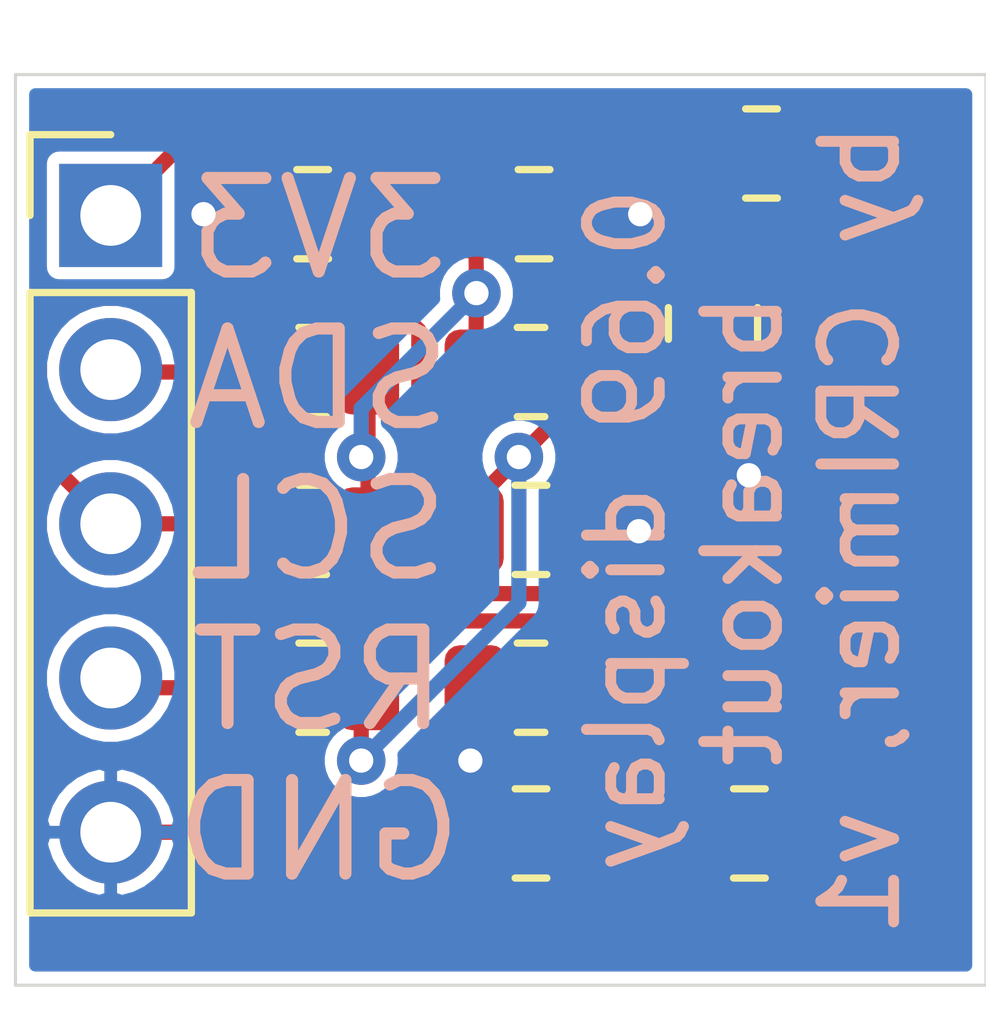
<source format=kicad_pcb>
(kicad_pcb (version 20171130) (host pcbnew 5.1.5+dfsg1-2build2)

  (general
    (thickness 1.6)
    (drawings 6)
    (tracks 117)
    (zones 0)
    (modules 14)
    (nets 15)
  )

  (page A4)
  (layers
    (0 F.Cu signal)
    (31 B.Cu signal)
    (32 B.Adhes user)
    (33 F.Adhes user)
    (34 B.Paste user)
    (35 F.Paste user)
    (36 B.SilkS user)
    (37 F.SilkS user)
    (38 B.Mask user)
    (39 F.Mask user)
    (40 Dwgs.User user)
    (41 Cmts.User user)
    (42 Eco1.User user)
    (43 Eco2.User user)
    (44 Edge.Cuts user)
    (45 Margin user)
    (46 B.CrtYd user)
    (47 F.CrtYd user)
    (48 B.Fab user)
    (49 F.Fab user)
  )

  (setup
    (last_trace_width 0.25)
    (trace_clearance 0.2)
    (zone_clearance 0.508)
    (zone_45_only no)
    (trace_min 0.2)
    (via_size 0.8)
    (via_drill 0.4)
    (via_min_size 0.4)
    (via_min_drill 0.3)
    (uvia_size 0.3)
    (uvia_drill 0.1)
    (uvias_allowed no)
    (uvia_min_size 0.2)
    (uvia_min_drill 0.1)
    (edge_width 0.05)
    (segment_width 0.2)
    (pcb_text_width 0.3)
    (pcb_text_size 1.5 1.5)
    (mod_edge_width 0.12)
    (mod_text_size 1 1)
    (mod_text_width 0.15)
    (pad_size 1.524 1.524)
    (pad_drill 0.762)
    (pad_to_mask_clearance 0.051)
    (solder_mask_min_width 0.25)
    (aux_axis_origin 146.5 81.5)
    (visible_elements FFFFFF7F)
    (pcbplotparams
      (layerselection 0x010fc_ffffffff)
      (usegerberextensions true)
      (usegerberattributes false)
      (usegerberadvancedattributes false)
      (creategerberjobfile false)
      (excludeedgelayer false)
      (linewidth 0.100000)
      (plotframeref false)
      (viasonmask false)
      (mode 1)
      (useauxorigin true)
      (hpglpennumber 1)
      (hpglpenspeed 20)
      (hpglpendiameter 15.000000)
      (psnegative false)
      (psa4output false)
      (plotreference false)
      (plotvalue false)
      (plotinvisibletext false)
      (padsonsilk false)
      (subtractmaskfromsilk true)
      (outputformat 1)
      (mirror false)
      (drillshape 0)
      (scaleselection 1)
      (outputdirectory "gerbers/"))
  )

  (net 0 "")
  (net 1 GND)
  (net 2 LCD_RST)
  (net 3 "Net-(C2-Pad1)")
  (net 4 +3V3)
  (net 5 "Net-(C4-Pad2)")
  (net 6 "Net-(C4-Pad1)")
  (net 7 "Net-(C5-Pad2)")
  (net 8 "Net-(C5-Pad1)")
  (net 9 "Net-(C6-Pad1)")
  (net 10 RST)
  (net 11 SCL)
  (net 12 SDA)
  (net 13 "Net-(R5-Pad2)")
  (net 14 "Net-(U1-Pad6)")

  (net_class Default "This is the default net class."
    (clearance 0.2)
    (trace_width 0.25)
    (via_dia 0.8)
    (via_drill 0.4)
    (uvia_dia 0.3)
    (uvia_drill 0.1)
    (add_net +3V3)
    (add_net GND)
    (add_net LCD_RST)
    (add_net "Net-(C2-Pad1)")
    (add_net "Net-(C4-Pad1)")
    (add_net "Net-(C4-Pad2)")
    (add_net "Net-(C5-Pad1)")
    (add_net "Net-(C5-Pad2)")
    (add_net "Net-(C6-Pad1)")
    (add_net "Net-(R5-Pad2)")
    (add_net "Net-(U1-Pad6)")
    (add_net RST)
    (add_net SCL)
    (add_net SDA)
  )

  (module 0:069_display (layer F.Cu) (tedit 61664E3D) (tstamp 6166ABC0)
    (at 145 88.33 270)
    (path /61665243)
    (attr smd)
    (fp_text reference U1 (at 0 2.15 90) (layer F.SilkS) hide
      (effects (font (size 1 1) (thickness 0.15)))
    )
    (fp_text value 069_display (at 0 3.3 90) (layer F.Fab)
      (effects (font (size 1 1) (thickness 0.15)))
    )
    (pad 14 smd rect (at 4.03 0 270) (size 0.32 2) (layers F.Cu F.Paste F.Mask)
      (net 9 "Net-(C6-Pad1)"))
    (pad 13 smd rect (at 3.41 0 270) (size 0.32 2) (layers F.Cu F.Paste F.Mask)
      (net 3 "Net-(C2-Pad1)"))
    (pad 12 smd rect (at 2.79 0 270) (size 0.32 2) (layers F.Cu F.Paste F.Mask)
      (net 13 "Net-(R5-Pad2)"))
    (pad 11 smd rect (at 2.17 0 270) (size 0.32 2) (layers F.Cu F.Paste F.Mask)
      (net 12 SDA))
    (pad 10 smd rect (at 1.55 0 270) (size 0.32 2) (layers F.Cu F.Paste F.Mask)
      (net 11 SCL))
    (pad 9 smd rect (at 0.93 0 270) (size 0.32 2) (layers F.Cu F.Paste F.Mask)
      (net 2 LCD_RST))
    (pad 8 smd rect (at 0.31 0 270) (size 0.32 2) (layers F.Cu F.Paste F.Mask)
      (net 4 +3V3))
    (pad 7 smd rect (at -0.31 0 270) (size 0.32 2) (layers F.Cu F.Paste F.Mask)
      (net 1 GND))
    (pad 6 smd rect (at -0.93 0 270) (size 0.32 2) (layers F.Cu F.Paste F.Mask)
      (net 14 "Net-(U1-Pad6)"))
    (pad 5 smd rect (at -1.55 0 270) (size 0.32 2) (layers F.Cu F.Paste F.Mask)
      (net 4 +3V3))
    (pad 4 smd rect (at -2.17 0 270) (size 0.32 2) (layers F.Cu F.Paste F.Mask)
      (net 7 "Net-(C5-Pad2)"))
    (pad 3 smd rect (at -2.79 0 270) (size 0.32 2) (layers F.Cu F.Paste F.Mask)
      (net 8 "Net-(C5-Pad1)"))
    (pad 2 smd rect (at -3.41 0 270) (size 0.32 2) (layers F.Cu F.Paste F.Mask)
      (net 5 "Net-(C4-Pad2)"))
    (pad 1 smd rect (at -4.03 0 270) (size 0.32 2) (layers F.Cu F.Paste F.Mask)
      (net 6 "Net-(C4-Pad1)"))
  )

  (module Resistor_SMD:R_0805_2012Metric (layer F.Cu) (tedit 5F68FEEE) (tstamp 6166ABAE)
    (at 139 91.6)
    (descr "Resistor SMD 0805 (2012 Metric), square (rectangular) end terminal, IPC_7351 nominal, (Body size source: IPC-SM-782 page 72, https://www.pcb-3d.com/wordpress/wp-content/uploads/ipc-sm-782a_amendment_1_and_2.pdf), generated with kicad-footprint-generator")
    (tags resistor)
    (path /6166FA3D)
    (attr smd)
    (fp_text reference R5 (at 0 -1.65) (layer F.SilkS) hide
      (effects (font (size 1 1) (thickness 0.15)))
    )
    (fp_text value 820K (at 0 1.65) (layer F.Fab)
      (effects (font (size 1 1) (thickness 0.15)))
    )
    (fp_text user %R (at 0 0) (layer F.Fab)
      (effects (font (size 0.5 0.5) (thickness 0.08)))
    )
    (fp_line (start 1.68 0.95) (end -1.68 0.95) (layer F.CrtYd) (width 0.05))
    (fp_line (start 1.68 -0.95) (end 1.68 0.95) (layer F.CrtYd) (width 0.05))
    (fp_line (start -1.68 -0.95) (end 1.68 -0.95) (layer F.CrtYd) (width 0.05))
    (fp_line (start -1.68 0.95) (end -1.68 -0.95) (layer F.CrtYd) (width 0.05))
    (fp_line (start -0.227064 0.735) (end 0.227064 0.735) (layer F.SilkS) (width 0.12))
    (fp_line (start -0.227064 -0.735) (end 0.227064 -0.735) (layer F.SilkS) (width 0.12))
    (fp_line (start 1 0.625) (end -1 0.625) (layer F.Fab) (width 0.1))
    (fp_line (start 1 -0.625) (end 1 0.625) (layer F.Fab) (width 0.1))
    (fp_line (start -1 -0.625) (end 1 -0.625) (layer F.Fab) (width 0.1))
    (fp_line (start -1 0.625) (end -1 -0.625) (layer F.Fab) (width 0.1))
    (pad 2 smd roundrect (at 0.9125 0) (size 1.025 1.4) (layers F.Cu F.Paste F.Mask) (roundrect_rratio 0.243902)
      (net 13 "Net-(R5-Pad2)"))
    (pad 1 smd roundrect (at -0.9125 0) (size 1.025 1.4) (layers F.Cu F.Paste F.Mask) (roundrect_rratio 0.243902)
      (net 1 GND))
    (model ${KISYS3DMOD}/Resistor_SMD.3dshapes/R_0805_2012Metric.wrl
      (at (xyz 0 0 0))
      (scale (xyz 1 1 1))
      (rotate (xyz 0 0 0))
    )
  )

  (module Resistor_SMD:R_0805_2012Metric (layer F.Cu) (tedit 5F68FEEE) (tstamp 6166AB9D)
    (at 135.4 89 180)
    (descr "Resistor SMD 0805 (2012 Metric), square (rectangular) end terminal, IPC_7351 nominal, (Body size source: IPC-SM-782 page 72, https://www.pcb-3d.com/wordpress/wp-content/uploads/ipc-sm-782a_amendment_1_and_2.pdf), generated with kicad-footprint-generator")
    (tags resistor)
    (path /616A2A11)
    (attr smd)
    (fp_text reference R4 (at 0 -1.65) (layer F.SilkS) hide
      (effects (font (size 1 1) (thickness 0.15)))
    )
    (fp_text value 4.7K (at 0 1.65) (layer F.Fab)
      (effects (font (size 1 1) (thickness 0.15)))
    )
    (fp_text user %R (at 0 0) (layer F.Fab)
      (effects (font (size 0.5 0.5) (thickness 0.08)))
    )
    (fp_line (start 1.68 0.95) (end -1.68 0.95) (layer F.CrtYd) (width 0.05))
    (fp_line (start 1.68 -0.95) (end 1.68 0.95) (layer F.CrtYd) (width 0.05))
    (fp_line (start -1.68 -0.95) (end 1.68 -0.95) (layer F.CrtYd) (width 0.05))
    (fp_line (start -1.68 0.95) (end -1.68 -0.95) (layer F.CrtYd) (width 0.05))
    (fp_line (start -0.227064 0.735) (end 0.227064 0.735) (layer F.SilkS) (width 0.12))
    (fp_line (start -0.227064 -0.735) (end 0.227064 -0.735) (layer F.SilkS) (width 0.12))
    (fp_line (start 1 0.625) (end -1 0.625) (layer F.Fab) (width 0.1))
    (fp_line (start 1 -0.625) (end 1 0.625) (layer F.Fab) (width 0.1))
    (fp_line (start -1 -0.625) (end 1 -0.625) (layer F.Fab) (width 0.1))
    (fp_line (start -1 0.625) (end -1 -0.625) (layer F.Fab) (width 0.1))
    (pad 2 smd roundrect (at 0.9125 0 180) (size 1.025 1.4) (layers F.Cu F.Paste F.Mask) (roundrect_rratio 0.243902)
      (net 11 SCL))
    (pad 1 smd roundrect (at -0.9125 0 180) (size 1.025 1.4) (layers F.Cu F.Paste F.Mask) (roundrect_rratio 0.243902)
      (net 4 +3V3))
    (model ${KISYS3DMOD}/Resistor_SMD.3dshapes/R_0805_2012Metric.wrl
      (at (xyz 0 0 0))
      (scale (xyz 1 1 1))
      (rotate (xyz 0 0 0))
    )
  )

  (module Resistor_SMD:R_0805_2012Metric (layer F.Cu) (tedit 5F68FEEE) (tstamp 6166AB8C)
    (at 139 86.4)
    (descr "Resistor SMD 0805 (2012 Metric), square (rectangular) end terminal, IPC_7351 nominal, (Body size source: IPC-SM-782 page 72, https://www.pcb-3d.com/wordpress/wp-content/uploads/ipc-sm-782a_amendment_1_and_2.pdf), generated with kicad-footprint-generator")
    (tags resistor)
    (path /61665A3A)
    (attr smd)
    (fp_text reference R3 (at 0 -1.65) (layer F.SilkS) hide
      (effects (font (size 1 1) (thickness 0.15)))
    )
    (fp_text value RB (at 0 1.65) (layer F.Fab)
      (effects (font (size 1 1) (thickness 0.15)))
    )
    (fp_text user %R (at 0 0) (layer F.Fab)
      (effects (font (size 0.5 0.5) (thickness 0.08)))
    )
    (fp_line (start 1.68 0.95) (end -1.68 0.95) (layer F.CrtYd) (width 0.05))
    (fp_line (start 1.68 -0.95) (end 1.68 0.95) (layer F.CrtYd) (width 0.05))
    (fp_line (start -1.68 -0.95) (end 1.68 -0.95) (layer F.CrtYd) (width 0.05))
    (fp_line (start -1.68 0.95) (end -1.68 -0.95) (layer F.CrtYd) (width 0.05))
    (fp_line (start -0.227064 0.735) (end 0.227064 0.735) (layer F.SilkS) (width 0.12))
    (fp_line (start -0.227064 -0.735) (end 0.227064 -0.735) (layer F.SilkS) (width 0.12))
    (fp_line (start 1 0.625) (end -1 0.625) (layer F.Fab) (width 0.1))
    (fp_line (start 1 -0.625) (end 1 0.625) (layer F.Fab) (width 0.1))
    (fp_line (start -1 -0.625) (end 1 -0.625) (layer F.Fab) (width 0.1))
    (fp_line (start -1 0.625) (end -1 -0.625) (layer F.Fab) (width 0.1))
    (pad 2 smd roundrect (at 0.9125 0) (size 1.025 1.4) (layers F.Cu F.Paste F.Mask) (roundrect_rratio 0.243902)
      (net 2 LCD_RST))
    (pad 1 smd roundrect (at -0.9125 0) (size 1.025 1.4) (layers F.Cu F.Paste F.Mask) (roundrect_rratio 0.243902)
      (net 4 +3V3))
    (model ${KISYS3DMOD}/Resistor_SMD.3dshapes/R_0805_2012Metric.wrl
      (at (xyz 0 0 0))
      (scale (xyz 1 1 1))
      (rotate (xyz 0 0 0))
    )
  )

  (module Resistor_SMD:R_0805_2012Metric (layer F.Cu) (tedit 5F68FEEE) (tstamp 6166AB7B)
    (at 135.4 91.6 180)
    (descr "Resistor SMD 0805 (2012 Metric), square (rectangular) end terminal, IPC_7351 nominal, (Body size source: IPC-SM-782 page 72, https://www.pcb-3d.com/wordpress/wp-content/uploads/ipc-sm-782a_amendment_1_and_2.pdf), generated with kicad-footprint-generator")
    (tags resistor)
    (path /6166F71A)
    (attr smd)
    (fp_text reference R2 (at 0 -1.65) (layer F.SilkS) hide
      (effects (font (size 1 1) (thickness 0.15)))
    )
    (fp_text value RA (at 0 1.65) (layer F.Fab)
      (effects (font (size 1 1) (thickness 0.15)))
    )
    (fp_text user %R (at 0 0) (layer F.Fab)
      (effects (font (size 0.5 0.5) (thickness 0.08)))
    )
    (fp_line (start 1.68 0.95) (end -1.68 0.95) (layer F.CrtYd) (width 0.05))
    (fp_line (start 1.68 -0.95) (end 1.68 0.95) (layer F.CrtYd) (width 0.05))
    (fp_line (start -1.68 -0.95) (end 1.68 -0.95) (layer F.CrtYd) (width 0.05))
    (fp_line (start -1.68 0.95) (end -1.68 -0.95) (layer F.CrtYd) (width 0.05))
    (fp_line (start -0.227064 0.735) (end 0.227064 0.735) (layer F.SilkS) (width 0.12))
    (fp_line (start -0.227064 -0.735) (end 0.227064 -0.735) (layer F.SilkS) (width 0.12))
    (fp_line (start 1 0.625) (end -1 0.625) (layer F.Fab) (width 0.1))
    (fp_line (start 1 -0.625) (end 1 0.625) (layer F.Fab) (width 0.1))
    (fp_line (start -1 -0.625) (end 1 -0.625) (layer F.Fab) (width 0.1))
    (fp_line (start -1 0.625) (end -1 -0.625) (layer F.Fab) (width 0.1))
    (pad 2 smd roundrect (at 0.9125 0 180) (size 1.025 1.4) (layers F.Cu F.Paste F.Mask) (roundrect_rratio 0.243902)
      (net 10 RST))
    (pad 1 smd roundrect (at -0.9125 0 180) (size 1.025 1.4) (layers F.Cu F.Paste F.Mask) (roundrect_rratio 0.243902)
      (net 2 LCD_RST))
    (model ${KISYS3DMOD}/Resistor_SMD.3dshapes/R_0805_2012Metric.wrl
      (at (xyz 0 0 0))
      (scale (xyz 1 1 1))
      (rotate (xyz 0 0 0))
    )
  )

  (module Resistor_SMD:R_0805_2012Metric (layer F.Cu) (tedit 5F68FEEE) (tstamp 6166AB6A)
    (at 135.4 86.4 180)
    (descr "Resistor SMD 0805 (2012 Metric), square (rectangular) end terminal, IPC_7351 nominal, (Body size source: IPC-SM-782 page 72, https://www.pcb-3d.com/wordpress/wp-content/uploads/ipc-sm-782a_amendment_1_and_2.pdf), generated with kicad-footprint-generator")
    (tags resistor)
    (path /6169F921)
    (attr smd)
    (fp_text reference R1 (at 0 -1.65) (layer F.SilkS) hide
      (effects (font (size 1 1) (thickness 0.15)))
    )
    (fp_text value 4.7K (at 0 1.65) (layer F.Fab)
      (effects (font (size 1 1) (thickness 0.15)))
    )
    (fp_text user %R (at 0 0) (layer F.Fab)
      (effects (font (size 0.5 0.5) (thickness 0.08)))
    )
    (fp_line (start 1.68 0.95) (end -1.68 0.95) (layer F.CrtYd) (width 0.05))
    (fp_line (start 1.68 -0.95) (end 1.68 0.95) (layer F.CrtYd) (width 0.05))
    (fp_line (start -1.68 -0.95) (end 1.68 -0.95) (layer F.CrtYd) (width 0.05))
    (fp_line (start -1.68 0.95) (end -1.68 -0.95) (layer F.CrtYd) (width 0.05))
    (fp_line (start -0.227064 0.735) (end 0.227064 0.735) (layer F.SilkS) (width 0.12))
    (fp_line (start -0.227064 -0.735) (end 0.227064 -0.735) (layer F.SilkS) (width 0.12))
    (fp_line (start 1 0.625) (end -1 0.625) (layer F.Fab) (width 0.1))
    (fp_line (start 1 -0.625) (end 1 0.625) (layer F.Fab) (width 0.1))
    (fp_line (start -1 -0.625) (end 1 -0.625) (layer F.Fab) (width 0.1))
    (fp_line (start -1 0.625) (end -1 -0.625) (layer F.Fab) (width 0.1))
    (pad 2 smd roundrect (at 0.9125 0 180) (size 1.025 1.4) (layers F.Cu F.Paste F.Mask) (roundrect_rratio 0.243902)
      (net 12 SDA))
    (pad 1 smd roundrect (at -0.9125 0 180) (size 1.025 1.4) (layers F.Cu F.Paste F.Mask) (roundrect_rratio 0.243902)
      (net 4 +3V3))
    (model ${KISYS3DMOD}/Resistor_SMD.3dshapes/R_0805_2012Metric.wrl
      (at (xyz 0 0 0))
      (scale (xyz 1 1 1))
      (rotate (xyz 0 0 0))
    )
  )

  (module Connector_PinHeader_2.54mm:PinHeader_1x05_P2.54mm_Vertical (layer F.Cu) (tedit 59FED5CC) (tstamp 6166AB59)
    (at 132.07 83.82)
    (descr "Through hole straight pin header, 1x05, 2.54mm pitch, single row")
    (tags "Through hole pin header THT 1x05 2.54mm single row")
    (path /61666B17)
    (fp_text reference J1 (at 0 -2.33) (layer F.SilkS) hide
      (effects (font (size 1 1) (thickness 0.15)))
    )
    (fp_text value I2C (at 0 12.49) (layer F.Fab)
      (effects (font (size 1 1) (thickness 0.15)))
    )
    (fp_text user %R (at 0 5.08 90) (layer F.Fab)
      (effects (font (size 1 1) (thickness 0.15)))
    )
    (fp_line (start 1.8 -1.8) (end -1.8 -1.8) (layer F.CrtYd) (width 0.05))
    (fp_line (start 1.8 11.95) (end 1.8 -1.8) (layer F.CrtYd) (width 0.05))
    (fp_line (start -1.8 11.95) (end 1.8 11.95) (layer F.CrtYd) (width 0.05))
    (fp_line (start -1.8 -1.8) (end -1.8 11.95) (layer F.CrtYd) (width 0.05))
    (fp_line (start -1.33 -1.33) (end 0 -1.33) (layer F.SilkS) (width 0.12))
    (fp_line (start -1.33 0) (end -1.33 -1.33) (layer F.SilkS) (width 0.12))
    (fp_line (start -1.33 1.27) (end 1.33 1.27) (layer F.SilkS) (width 0.12))
    (fp_line (start 1.33 1.27) (end 1.33 11.49) (layer F.SilkS) (width 0.12))
    (fp_line (start -1.33 1.27) (end -1.33 11.49) (layer F.SilkS) (width 0.12))
    (fp_line (start -1.33 11.49) (end 1.33 11.49) (layer F.SilkS) (width 0.12))
    (fp_line (start -1.27 -0.635) (end -0.635 -1.27) (layer F.Fab) (width 0.1))
    (fp_line (start -1.27 11.43) (end -1.27 -0.635) (layer F.Fab) (width 0.1))
    (fp_line (start 1.27 11.43) (end -1.27 11.43) (layer F.Fab) (width 0.1))
    (fp_line (start 1.27 -1.27) (end 1.27 11.43) (layer F.Fab) (width 0.1))
    (fp_line (start -0.635 -1.27) (end 1.27 -1.27) (layer F.Fab) (width 0.1))
    (pad 5 thru_hole oval (at 0 10.16) (size 1.7 1.7) (drill 1) (layers *.Cu *.Mask)
      (net 1 GND))
    (pad 4 thru_hole oval (at 0 7.62) (size 1.7 1.7) (drill 1) (layers *.Cu *.Mask)
      (net 10 RST))
    (pad 3 thru_hole oval (at 0 5.08) (size 1.7 1.7) (drill 1) (layers *.Cu *.Mask)
      (net 11 SCL))
    (pad 2 thru_hole oval (at 0 2.54) (size 1.7 1.7) (drill 1) (layers *.Cu *.Mask)
      (net 12 SDA))
    (pad 1 thru_hole rect (at 0 0) (size 1.7 1.7) (drill 1) (layers *.Cu *.Mask)
      (net 4 +3V3))
    (model ${KISYS3DMOD}/Connector_PinHeader_2.54mm.3dshapes/PinHeader_1x05_P2.54mm_Vertical.wrl
      (at (xyz 0 0 0))
      (scale (xyz 1 1 1))
      (rotate (xyz 0 0 0))
    )
  )

  (module Capacitor_SMD:C_0805_2012Metric (layer F.Cu) (tedit 5F68FEEE) (tstamp 6166AB40)
    (at 139.05 83.8)
    (descr "Capacitor SMD 0805 (2012 Metric), square (rectangular) end terminal, IPC_7351 nominal, (Body size source: IPC-SM-782 page 76, https://www.pcb-3d.com/wordpress/wp-content/uploads/ipc-sm-782a_amendment_1_and_2.pdf, https://docs.google.com/spreadsheets/d/1BsfQQcO9C6DZCsRaXUlFlo91Tg2WpOkGARC1WS5S8t0/edit?usp=sharing), generated with kicad-footprint-generator")
    (tags capacitor)
    (path /6166CF8E)
    (attr smd)
    (fp_text reference C7 (at 0 -1.68) (layer F.SilkS) hide
      (effects (font (size 1 1) (thickness 0.15)))
    )
    (fp_text value 100nF (at 0 1.68) (layer F.Fab)
      (effects (font (size 1 1) (thickness 0.15)))
    )
    (fp_text user %R (at 0 0) (layer F.Fab)
      (effects (font (size 0.5 0.5) (thickness 0.08)))
    )
    (fp_line (start 1.7 0.98) (end -1.7 0.98) (layer F.CrtYd) (width 0.05))
    (fp_line (start 1.7 -0.98) (end 1.7 0.98) (layer F.CrtYd) (width 0.05))
    (fp_line (start -1.7 -0.98) (end 1.7 -0.98) (layer F.CrtYd) (width 0.05))
    (fp_line (start -1.7 0.98) (end -1.7 -0.98) (layer F.CrtYd) (width 0.05))
    (fp_line (start -0.261252 0.735) (end 0.261252 0.735) (layer F.SilkS) (width 0.12))
    (fp_line (start -0.261252 -0.735) (end 0.261252 -0.735) (layer F.SilkS) (width 0.12))
    (fp_line (start 1 0.625) (end -1 0.625) (layer F.Fab) (width 0.1))
    (fp_line (start 1 -0.625) (end 1 0.625) (layer F.Fab) (width 0.1))
    (fp_line (start -1 -0.625) (end 1 -0.625) (layer F.Fab) (width 0.1))
    (fp_line (start -1 0.625) (end -1 -0.625) (layer F.Fab) (width 0.1))
    (pad 2 smd roundrect (at 0.95 0) (size 1 1.45) (layers F.Cu F.Paste F.Mask) (roundrect_rratio 0.25)
      (net 1 GND))
    (pad 1 smd roundrect (at -0.95 0) (size 1 1.45) (layers F.Cu F.Paste F.Mask) (roundrect_rratio 0.25)
      (net 4 +3V3))
    (model ${KISYS3DMOD}/Capacitor_SMD.3dshapes/C_0805_2012Metric.wrl
      (at (xyz 0 0 0))
      (scale (xyz 1 1 1))
      (rotate (xyz 0 0 0))
    )
  )

  (module Capacitor_SMD:C_0805_2012Metric (layer F.Cu) (tedit 5F68FEEE) (tstamp 6166AB2F)
    (at 142.6 94)
    (descr "Capacitor SMD 0805 (2012 Metric), square (rectangular) end terminal, IPC_7351 nominal, (Body size source: IPC-SM-782 page 76, https://www.pcb-3d.com/wordpress/wp-content/uploads/ipc-sm-782a_amendment_1_and_2.pdf, https://docs.google.com/spreadsheets/d/1BsfQQcO9C6DZCsRaXUlFlo91Tg2WpOkGARC1WS5S8t0/edit?usp=sharing), generated with kicad-footprint-generator")
    (tags capacitor)
    (path /61666592)
    (attr smd)
    (fp_text reference C6 (at 0 -1.68) (layer F.SilkS) hide
      (effects (font (size 1 1) (thickness 0.15)))
    )
    (fp_text value 470nF (at 0 1.68) (layer F.Fab)
      (effects (font (size 1 1) (thickness 0.15)))
    )
    (fp_text user %R (at 0 0) (layer F.Fab)
      (effects (font (size 0.5 0.5) (thickness 0.08)))
    )
    (fp_line (start 1.7 0.98) (end -1.7 0.98) (layer F.CrtYd) (width 0.05))
    (fp_line (start 1.7 -0.98) (end 1.7 0.98) (layer F.CrtYd) (width 0.05))
    (fp_line (start -1.7 -0.98) (end 1.7 -0.98) (layer F.CrtYd) (width 0.05))
    (fp_line (start -1.7 0.98) (end -1.7 -0.98) (layer F.CrtYd) (width 0.05))
    (fp_line (start -0.261252 0.735) (end 0.261252 0.735) (layer F.SilkS) (width 0.12))
    (fp_line (start -0.261252 -0.735) (end 0.261252 -0.735) (layer F.SilkS) (width 0.12))
    (fp_line (start 1 0.625) (end -1 0.625) (layer F.Fab) (width 0.1))
    (fp_line (start 1 -0.625) (end 1 0.625) (layer F.Fab) (width 0.1))
    (fp_line (start -1 -0.625) (end 1 -0.625) (layer F.Fab) (width 0.1))
    (fp_line (start -1 0.625) (end -1 -0.625) (layer F.Fab) (width 0.1))
    (pad 2 smd roundrect (at 0.95 0) (size 1 1.45) (layers F.Cu F.Paste F.Mask) (roundrect_rratio 0.25)
      (net 1 GND))
    (pad 1 smd roundrect (at -0.95 0) (size 1 1.45) (layers F.Cu F.Paste F.Mask) (roundrect_rratio 0.25)
      (net 9 "Net-(C6-Pad1)"))
    (model ${KISYS3DMOD}/Capacitor_SMD.3dshapes/C_0805_2012Metric.wrl
      (at (xyz 0 0 0))
      (scale (xyz 1 1 1))
      (rotate (xyz 0 0 0))
    )
  )

  (module Capacitor_SMD:C_0805_2012Metric (layer F.Cu) (tedit 5F68FEEE) (tstamp 6166AB1E)
    (at 142 85.6 270)
    (descr "Capacitor SMD 0805 (2012 Metric), square (rectangular) end terminal, IPC_7351 nominal, (Body size source: IPC-SM-782 page 76, https://www.pcb-3d.com/wordpress/wp-content/uploads/ipc-sm-782a_amendment_1_and_2.pdf, https://docs.google.com/spreadsheets/d/1BsfQQcO9C6DZCsRaXUlFlo91Tg2WpOkGARC1WS5S8t0/edit?usp=sharing), generated with kicad-footprint-generator")
    (tags capacitor)
    (path /6166C7E2)
    (attr smd)
    (fp_text reference C5 (at 0 -1.68 90) (layer F.SilkS) hide
      (effects (font (size 1 1) (thickness 0.15)))
    )
    (fp_text value 100nF (at 0 1.68 90) (layer F.Fab)
      (effects (font (size 1 1) (thickness 0.15)))
    )
    (fp_text user %R (at 0 0 90) (layer F.Fab)
      (effects (font (size 0.5 0.5) (thickness 0.08)))
    )
    (fp_line (start 1.7 0.98) (end -1.7 0.98) (layer F.CrtYd) (width 0.05))
    (fp_line (start 1.7 -0.98) (end 1.7 0.98) (layer F.CrtYd) (width 0.05))
    (fp_line (start -1.7 -0.98) (end 1.7 -0.98) (layer F.CrtYd) (width 0.05))
    (fp_line (start -1.7 0.98) (end -1.7 -0.98) (layer F.CrtYd) (width 0.05))
    (fp_line (start -0.261252 0.735) (end 0.261252 0.735) (layer F.SilkS) (width 0.12))
    (fp_line (start -0.261252 -0.735) (end 0.261252 -0.735) (layer F.SilkS) (width 0.12))
    (fp_line (start 1 0.625) (end -1 0.625) (layer F.Fab) (width 0.1))
    (fp_line (start 1 -0.625) (end 1 0.625) (layer F.Fab) (width 0.1))
    (fp_line (start -1 -0.625) (end 1 -0.625) (layer F.Fab) (width 0.1))
    (fp_line (start -1 0.625) (end -1 -0.625) (layer F.Fab) (width 0.1))
    (pad 2 smd roundrect (at 0.95 0 270) (size 1 1.45) (layers F.Cu F.Paste F.Mask) (roundrect_rratio 0.25)
      (net 7 "Net-(C5-Pad2)"))
    (pad 1 smd roundrect (at -0.95 0 270) (size 1 1.45) (layers F.Cu F.Paste F.Mask) (roundrect_rratio 0.25)
      (net 8 "Net-(C5-Pad1)"))
    (model ${KISYS3DMOD}/Capacitor_SMD.3dshapes/C_0805_2012Metric.wrl
      (at (xyz 0 0 0))
      (scale (xyz 1 1 1))
      (rotate (xyz 0 0 0))
    )
  )

  (module Capacitor_SMD:C_0805_2012Metric (layer F.Cu) (tedit 5F68FEEE) (tstamp 6166AB0D)
    (at 142.8 82.8 180)
    (descr "Capacitor SMD 0805 (2012 Metric), square (rectangular) end terminal, IPC_7351 nominal, (Body size source: IPC-SM-782 page 76, https://www.pcb-3d.com/wordpress/wp-content/uploads/ipc-sm-782a_amendment_1_and_2.pdf, https://docs.google.com/spreadsheets/d/1BsfQQcO9C6DZCsRaXUlFlo91Tg2WpOkGARC1WS5S8t0/edit?usp=sharing), generated with kicad-footprint-generator")
    (tags capacitor)
    (path /61668680)
    (attr smd)
    (fp_text reference C4 (at 0 -1.68) (layer F.SilkS) hide
      (effects (font (size 1 1) (thickness 0.15)))
    )
    (fp_text value 100nF (at 0 1.68) (layer F.Fab)
      (effects (font (size 1 1) (thickness 0.15)))
    )
    (fp_text user %R (at 0 0) (layer F.Fab)
      (effects (font (size 0.5 0.5) (thickness 0.08)))
    )
    (fp_line (start 1.7 0.98) (end -1.7 0.98) (layer F.CrtYd) (width 0.05))
    (fp_line (start 1.7 -0.98) (end 1.7 0.98) (layer F.CrtYd) (width 0.05))
    (fp_line (start -1.7 -0.98) (end 1.7 -0.98) (layer F.CrtYd) (width 0.05))
    (fp_line (start -1.7 0.98) (end -1.7 -0.98) (layer F.CrtYd) (width 0.05))
    (fp_line (start -0.261252 0.735) (end 0.261252 0.735) (layer F.SilkS) (width 0.12))
    (fp_line (start -0.261252 -0.735) (end 0.261252 -0.735) (layer F.SilkS) (width 0.12))
    (fp_line (start 1 0.625) (end -1 0.625) (layer F.Fab) (width 0.1))
    (fp_line (start 1 -0.625) (end 1 0.625) (layer F.Fab) (width 0.1))
    (fp_line (start -1 -0.625) (end 1 -0.625) (layer F.Fab) (width 0.1))
    (fp_line (start -1 0.625) (end -1 -0.625) (layer F.Fab) (width 0.1))
    (pad 2 smd roundrect (at 0.95 0 180) (size 1 1.45) (layers F.Cu F.Paste F.Mask) (roundrect_rratio 0.25)
      (net 5 "Net-(C4-Pad2)"))
    (pad 1 smd roundrect (at -0.95 0 180) (size 1 1.45) (layers F.Cu F.Paste F.Mask) (roundrect_rratio 0.25)
      (net 6 "Net-(C4-Pad1)"))
    (model ${KISYS3DMOD}/Capacitor_SMD.3dshapes/C_0805_2012Metric.wrl
      (at (xyz 0 0 0))
      (scale (xyz 1 1 1))
      (rotate (xyz 0 0 0))
    )
  )

  (module Capacitor_SMD:C_0805_2012Metric (layer F.Cu) (tedit 5F68FEEE) (tstamp 6166AAFC)
    (at 135.4 83.8 180)
    (descr "Capacitor SMD 0805 (2012 Metric), square (rectangular) end terminal, IPC_7351 nominal, (Body size source: IPC-SM-782 page 76, https://www.pcb-3d.com/wordpress/wp-content/uploads/ipc-sm-782a_amendment_1_and_2.pdf, https://docs.google.com/spreadsheets/d/1BsfQQcO9C6DZCsRaXUlFlo91Tg2WpOkGARC1WS5S8t0/edit?usp=sharing), generated with kicad-footprint-generator")
    (tags capacitor)
    (path /6169706C)
    (attr smd)
    (fp_text reference C3 (at 0 -1.68) (layer F.SilkS) hide
      (effects (font (size 1 1) (thickness 0.15)))
    )
    (fp_text value 1uF (at 0 1.68) (layer F.Fab)
      (effects (font (size 1 1) (thickness 0.15)))
    )
    (fp_text user %R (at 0 0) (layer F.Fab)
      (effects (font (size 0.5 0.5) (thickness 0.08)))
    )
    (fp_line (start 1.7 0.98) (end -1.7 0.98) (layer F.CrtYd) (width 0.05))
    (fp_line (start 1.7 -0.98) (end 1.7 0.98) (layer F.CrtYd) (width 0.05))
    (fp_line (start -1.7 -0.98) (end 1.7 -0.98) (layer F.CrtYd) (width 0.05))
    (fp_line (start -1.7 0.98) (end -1.7 -0.98) (layer F.CrtYd) (width 0.05))
    (fp_line (start -0.261252 0.735) (end 0.261252 0.735) (layer F.SilkS) (width 0.12))
    (fp_line (start -0.261252 -0.735) (end 0.261252 -0.735) (layer F.SilkS) (width 0.12))
    (fp_line (start 1 0.625) (end -1 0.625) (layer F.Fab) (width 0.1))
    (fp_line (start 1 -0.625) (end 1 0.625) (layer F.Fab) (width 0.1))
    (fp_line (start -1 -0.625) (end 1 -0.625) (layer F.Fab) (width 0.1))
    (fp_line (start -1 0.625) (end -1 -0.625) (layer F.Fab) (width 0.1))
    (pad 2 smd roundrect (at 0.95 0 180) (size 1 1.45) (layers F.Cu F.Paste F.Mask) (roundrect_rratio 0.25)
      (net 1 GND))
    (pad 1 smd roundrect (at -0.95 0 180) (size 1 1.45) (layers F.Cu F.Paste F.Mask) (roundrect_rratio 0.25)
      (net 4 +3V3))
    (model ${KISYS3DMOD}/Capacitor_SMD.3dshapes/C_0805_2012Metric.wrl
      (at (xyz 0 0 0))
      (scale (xyz 1 1 1))
      (rotate (xyz 0 0 0))
    )
  )

  (module Capacitor_SMD:C_0805_2012Metric (layer F.Cu) (tedit 5F68FEEE) (tstamp 6166AE6D)
    (at 139 94 180)
    (descr "Capacitor SMD 0805 (2012 Metric), square (rectangular) end terminal, IPC_7351 nominal, (Body size source: IPC-SM-782 page 76, https://www.pcb-3d.com/wordpress/wp-content/uploads/ipc-sm-782a_amendment_1_and_2.pdf, https://docs.google.com/spreadsheets/d/1BsfQQcO9C6DZCsRaXUlFlo91Tg2WpOkGARC1WS5S8t0/edit?usp=sharing), generated with kicad-footprint-generator")
    (tags capacitor)
    (path /61673702)
    (attr smd)
    (fp_text reference C2 (at 0 -1.68) (layer F.SilkS) hide
      (effects (font (size 1 1) (thickness 0.15)))
    )
    (fp_text value 470nF (at 0 1.68) (layer F.Fab)
      (effects (font (size 1 1) (thickness 0.15)))
    )
    (fp_text user %R (at 0 0) (layer F.Fab)
      (effects (font (size 0.5 0.5) (thickness 0.08)))
    )
    (fp_line (start 1.7 0.98) (end -1.7 0.98) (layer F.CrtYd) (width 0.05))
    (fp_line (start 1.7 -0.98) (end 1.7 0.98) (layer F.CrtYd) (width 0.05))
    (fp_line (start -1.7 -0.98) (end 1.7 -0.98) (layer F.CrtYd) (width 0.05))
    (fp_line (start -1.7 0.98) (end -1.7 -0.98) (layer F.CrtYd) (width 0.05))
    (fp_line (start -0.261252 0.735) (end 0.261252 0.735) (layer F.SilkS) (width 0.12))
    (fp_line (start -0.261252 -0.735) (end 0.261252 -0.735) (layer F.SilkS) (width 0.12))
    (fp_line (start 1 0.625) (end -1 0.625) (layer F.Fab) (width 0.1))
    (fp_line (start 1 -0.625) (end 1 0.625) (layer F.Fab) (width 0.1))
    (fp_line (start -1 -0.625) (end 1 -0.625) (layer F.Fab) (width 0.1))
    (fp_line (start -1 0.625) (end -1 -0.625) (layer F.Fab) (width 0.1))
    (pad 2 smd roundrect (at 0.95 0 180) (size 1 1.45) (layers F.Cu F.Paste F.Mask) (roundrect_rratio 0.25)
      (net 1 GND))
    (pad 1 smd roundrect (at -0.95 0 180) (size 1 1.45) (layers F.Cu F.Paste F.Mask) (roundrect_rratio 0.25)
      (net 3 "Net-(C2-Pad1)"))
    (model ${KISYS3DMOD}/Capacitor_SMD.3dshapes/C_0805_2012Metric.wrl
      (at (xyz 0 0 0))
      (scale (xyz 1 1 1))
      (rotate (xyz 0 0 0))
    )
  )

  (module Capacitor_SMD:C_0805_2012Metric (layer F.Cu) (tedit 5F68FEEE) (tstamp 6166AADA)
    (at 139 89)
    (descr "Capacitor SMD 0805 (2012 Metric), square (rectangular) end terminal, IPC_7351 nominal, (Body size source: IPC-SM-782 page 76, https://www.pcb-3d.com/wordpress/wp-content/uploads/ipc-sm-782a_amendment_1_and_2.pdf, https://docs.google.com/spreadsheets/d/1BsfQQcO9C6DZCsRaXUlFlo91Tg2WpOkGARC1WS5S8t0/edit?usp=sharing), generated with kicad-footprint-generator")
    (tags capacitor)
    (path /616856FA)
    (attr smd)
    (fp_text reference C1 (at 0 -1.68) (layer F.SilkS) hide
      (effects (font (size 1 1) (thickness 0.15)))
    )
    (fp_text value 470nF (at 0 1.68) (layer F.Fab)
      (effects (font (size 1 1) (thickness 0.15)))
    )
    (fp_text user %R (at 0 0) (layer F.Fab)
      (effects (font (size 0.5 0.5) (thickness 0.08)))
    )
    (fp_line (start 1.7 0.98) (end -1.7 0.98) (layer F.CrtYd) (width 0.05))
    (fp_line (start 1.7 -0.98) (end 1.7 0.98) (layer F.CrtYd) (width 0.05))
    (fp_line (start -1.7 -0.98) (end 1.7 -0.98) (layer F.CrtYd) (width 0.05))
    (fp_line (start -1.7 0.98) (end -1.7 -0.98) (layer F.CrtYd) (width 0.05))
    (fp_line (start -0.261252 0.735) (end 0.261252 0.735) (layer F.SilkS) (width 0.12))
    (fp_line (start -0.261252 -0.735) (end 0.261252 -0.735) (layer F.SilkS) (width 0.12))
    (fp_line (start 1 0.625) (end -1 0.625) (layer F.Fab) (width 0.1))
    (fp_line (start 1 -0.625) (end 1 0.625) (layer F.Fab) (width 0.1))
    (fp_line (start -1 -0.625) (end 1 -0.625) (layer F.Fab) (width 0.1))
    (fp_line (start -1 0.625) (end -1 -0.625) (layer F.Fab) (width 0.1))
    (pad 2 smd roundrect (at 0.95 0) (size 1 1.45) (layers F.Cu F.Paste F.Mask) (roundrect_rratio 0.25)
      (net 1 GND))
    (pad 1 smd roundrect (at -0.95 0) (size 1 1.45) (layers F.Cu F.Paste F.Mask) (roundrect_rratio 0.25)
      (net 2 LCD_RST))
    (model ${KISYS3DMOD}/Capacitor_SMD.3dshapes/C_0805_2012Metric.wrl
      (at (xyz 0 0 0))
      (scale (xyz 1 1 1))
      (rotate (xyz 0 0 0))
    )
  )

  (gr_text "3V3\nSDA\nSCL\nRST\nGND" (at 135.5 89) (layer B.SilkS)
    (effects (font (size 1.54 1.54) (thickness 0.2)) (justify mirror))
  )
  (gr_text "0.69 display\nbreakout\nby CRImier, v1" (at 142.5 89 90) (layer B.SilkS)
    (effects (font (size 1.2 1.2) (thickness 0.18)) (justify mirror))
  )
  (gr_line (start 130.5 96.5) (end 130.5 81.5) (layer Edge.Cuts) (width 0.05) (tstamp 6166B9C6))
  (gr_line (start 146.5 96.5) (end 130.5 96.5) (layer Edge.Cuts) (width 0.05))
  (gr_line (start 146.5 81.5) (end 146.5 96.5) (layer Edge.Cuts) (width 0.05))
  (gr_line (start 130.5 81.5) (end 146.5 81.5) (layer Edge.Cuts) (width 0.05))

  (via (at 142.590982 88.10001) (size 0.8) (drill 0.4) (layers F.Cu B.Cu) (net 1))
  (segment (start 142.670992 88.02) (end 142.590982 88.10001) (width 0.25) (layer F.Cu) (net 1))
  (segment (start 144.4 88.02) (end 142.670992 88.02) (width 0.25) (layer F.Cu) (net 1))
  (segment (start 138.03 93.98) (end 138.05 94) (width 0.25) (layer F.Cu) (net 1))
  (segment (start 132.07 93.98) (end 138.03 93.98) (width 0.25) (layer F.Cu) (net 1))
  (segment (start 138.05 91.6375) (end 138.0875 91.6) (width 0.25) (layer F.Cu) (net 1))
  (segment (start 142.15 95.4) (end 143.55 94) (width 0.25) (layer F.Cu) (net 1))
  (segment (start 139.4 95.4) (end 142.15 95.4) (width 0.25) (layer F.Cu) (net 1))
  (segment (start 139.10001 95.10001) (end 139.4 95.4) (width 0.25) (layer F.Cu) (net 1))
  (segment (start 139.10001 95.05001) (end 139.10001 95.10001) (width 0.25) (layer F.Cu) (net 1))
  (segment (start 138.05 94) (end 139.10001 95.05001) (width 0.25) (layer F.Cu) (net 1))
  (via (at 140.778127 89.021873) (size 0.8) (drill 0.4) (layers F.Cu B.Cu) (net 1))
  (segment (start 140.756254 89) (end 140.778127 89.021873) (width 0.25) (layer F.Cu) (net 1))
  (segment (start 139.95 89) (end 140.756254 89) (width 0.25) (layer F.Cu) (net 1))
  (via (at 140.8 83.8) (size 0.8) (drill 0.4) (layers F.Cu B.Cu) (net 1))
  (segment (start 140 83.8) (end 140.8 83.8) (width 0.25) (layer F.Cu) (net 1))
  (via (at 133.6 83.8) (size 0.8) (drill 0.4) (layers F.Cu B.Cu) (net 1))
  (segment (start 134.45 83.8) (end 133.6 83.8) (width 0.25) (layer F.Cu) (net 1))
  (via (at 138 92.8) (size 0.8) (drill 0.4) (layers F.Cu B.Cu) (net 1))
  (segment (start 138.05 92.75) (end 138 92.8) (width 0.25) (layer F.Cu) (net 1))
  (segment (start 138.05 94) (end 138.05 92.75) (width 0.25) (layer F.Cu) (net 1))
  (segment (start 138.05 92.75) (end 138.05 91.6375) (width 0.25) (layer F.Cu) (net 1))
  (segment (start 142.05658 89.27502) (end 140.6 87.81844) (width 0.25) (layer F.Cu) (net 2))
  (segment (start 143.125383 89.275021) (end 142.05658 89.27502) (width 0.25) (layer F.Cu) (net 2))
  (segment (start 143.140404 89.26) (end 143.125383 89.275021) (width 0.25) (layer F.Cu) (net 2))
  (segment (start 144.4 89.26) (end 143.140404 89.26) (width 0.25) (layer F.Cu) (net 2))
  (segment (start 140.6 87.81844) (end 140.6 87.3246) (width 0.25) (layer F.Cu) (net 2))
  (segment (start 140.6 87.3246) (end 140.34999 87.07459) (width 0.25) (layer F.Cu) (net 2))
  (segment (start 140.34999 86.83749) (end 139.9125 86.4) (width 0.25) (layer F.Cu) (net 2))
  (segment (start 140.34999 87.07459) (end 140.34999 86.83749) (width 0.25) (layer F.Cu) (net 2))
  (segment (start 139.9125 86.6875) (end 139.9125 86.4) (width 0.25) (layer F.Cu) (net 2))
  (segment (start 138.05 89) (end 138.05 88.55) (width 0.25) (layer F.Cu) (net 2))
  (via (at 138.8 87.8) (size 0.8) (drill 0.4) (layers F.Cu B.Cu) (net 2))
  (segment (start 138.05 88.55) (end 138.8 87.8) (width 0.25) (layer F.Cu) (net 2))
  (segment (start 138.8 87.8) (end 139.9125 86.6875) (width 0.25) (layer F.Cu) (net 2))
  (via (at 136.2 92.8) (size 0.8) (drill 0.4) (layers F.Cu B.Cu) (net 2))
  (segment (start 138.8 90.2) (end 136.2 92.8) (width 0.25) (layer B.Cu) (net 2))
  (segment (start 138.8 87.8) (end 138.8 90.2) (width 0.25) (layer B.Cu) (net 2))
  (segment (start 136.2 91.7125) (end 136.3125 91.6) (width 0.25) (layer F.Cu) (net 2))
  (segment (start 136.2 92.8) (end 136.2 91.7125) (width 0.25) (layer F.Cu) (net 2))
  (segment (start 143.15 91.74) (end 144.4 91.74) (width 0.25) (layer F.Cu) (net 3))
  (segment (start 141.485 91.74) (end 143.15 91.74) (width 0.25) (layer F.Cu) (net 3))
  (segment (start 139.95 93.275) (end 141.485 91.74) (width 0.25) (layer F.Cu) (net 3))
  (segment (start 139.95 94) (end 139.95 93.275) (width 0.25) (layer F.Cu) (net 3))
  (segment (start 141.28682 87.37501) (end 140.8 86.88819) (width 0.25) (layer F.Cu) (net 4))
  (segment (start 140.8 85.76181) (end 140.23819 85.2) (width 0.25) (layer F.Cu) (net 4))
  (segment (start 140.8 86.88819) (end 140.8 85.76181) (width 0.25) (layer F.Cu) (net 4))
  (segment (start 139.5 85.2) (end 138.1 83.8) (width 0.25) (layer F.Cu) (net 4))
  (segment (start 140.23819 85.2) (end 139.5 85.2) (width 0.25) (layer F.Cu) (net 4))
  (segment (start 138.1 83.8) (end 136.35 83.8) (width 0.25) (layer F.Cu) (net 4))
  (segment (start 143.15 88.64) (end 144.4 88.64) (width 0.25) (layer F.Cu) (net 4))
  (segment (start 143.123994 88.64) (end 143.15 88.64) (width 0.25) (layer F.Cu) (net 4))
  (segment (start 142.938983 88.825011) (end 143.123994 88.64) (width 0.25) (layer F.Cu) (net 4))
  (segment (start 142.242981 88.825011) (end 142.938983 88.825011) (width 0.25) (layer F.Cu) (net 4))
  (segment (start 141.77501 88.35704) (end 142.242981 88.825011) (width 0.25) (layer F.Cu) (net 4))
  (segment (start 141.77501 87.37501) (end 141.77501 88.35704) (width 0.25) (layer F.Cu) (net 4))
  (segment (start 141.77501 87.37501) (end 141.28682 87.37501) (width 0.25) (layer F.Cu) (net 4))
  (segment (start 136 83.45) (end 136.35 83.8) (width 0.25) (layer F.Cu) (net 4))
  (segment (start 136 83) (end 136 83.45) (width 0.25) (layer F.Cu) (net 4))
  (segment (start 135.74999 82.74999) (end 136 83) (width 0.25) (layer F.Cu) (net 4))
  (segment (start 133.14001 82.74999) (end 135.74999 82.74999) (width 0.25) (layer F.Cu) (net 4))
  (segment (start 132.07 83.82) (end 133.14001 82.74999) (width 0.25) (layer F.Cu) (net 4))
  (segment (start 138.0875 83.8125) (end 138.1 83.8) (width 0.25) (layer F.Cu) (net 4))
  (segment (start 136.3125 87.6875) (end 136.2 87.8) (width 0.25) (layer F.Cu) (net 4))
  (via (at 136.2 87.8) (size 0.8) (drill 0.4) (layers F.Cu B.Cu) (net 4))
  (segment (start 136.3125 89) (end 136.3125 87.6875) (width 0.25) (layer F.Cu) (net 4))
  (segment (start 136.3125 87.6875) (end 136.3125 86.4) (width 0.25) (layer F.Cu) (net 4))
  (via (at 138.1 85.1) (size 0.8) (drill 0.4) (layers F.Cu B.Cu) (net 4))
  (segment (start 136.2 87) (end 138.1 85.1) (width 0.25) (layer B.Cu) (net 4))
  (segment (start 136.2 87.8) (end 136.2 87) (width 0.25) (layer B.Cu) (net 4))
  (segment (start 138.1 85.1) (end 138.0875 83.8125) (width 0.25) (layer F.Cu) (net 4))
  (segment (start 138.0875 86.4) (end 138.1 85.1) (width 0.25) (layer F.Cu) (net 4))
  (segment (start 143 87.37501) (end 141.77501 87.37501) (width 0.25) (layer F.Cu) (net 4))
  (segment (start 143.59501 86.78) (end 143 87.37501) (width 0.25) (layer F.Cu) (net 4))
  (segment (start 144.4 86.78) (end 143.59501 86.78) (width 0.25) (layer F.Cu) (net 4))
  (segment (start 142.348829 83.298829) (end 141.85 82.8) (width 0.25) (layer F.Cu) (net 5))
  (segment (start 143.05001 84.00001) (end 142.348829 83.298829) (width 0.25) (layer F.Cu) (net 5))
  (segment (start 143.05001 84.82001) (end 143.05001 84.00001) (width 0.25) (layer F.Cu) (net 5))
  (segment (start 143.15 84.92) (end 143.05001 84.82001) (width 0.25) (layer F.Cu) (net 5))
  (segment (start 144.4 84.92) (end 143.15 84.92) (width 0.25) (layer F.Cu) (net 5))
  (segment (start 144.4 83.45) (end 143.75 82.8) (width 0.25) (layer F.Cu) (net 6))
  (segment (start 144.4 84.3) (end 144.4 83.45) (width 0.25) (layer F.Cu) (net 6))
  (segment (start 142.498829 86.051171) (end 142 86.55) (width 0.25) (layer F.Cu) (net 7))
  (segment (start 143.331171 86.051171) (end 142.498829 86.051171) (width 0.25) (layer F.Cu) (net 7))
  (segment (start 143.44 86.16) (end 143.331171 86.051171) (width 0.25) (layer F.Cu) (net 7))
  (segment (start 144.4 86.16) (end 143.44 86.16) (width 0.25) (layer F.Cu) (net 7))
  (segment (start 142.89 85.54) (end 142 84.65) (width 0.25) (layer F.Cu) (net 8))
  (segment (start 144.4 85.54) (end 142.89 85.54) (width 0.25) (layer F.Cu) (net 8))
  (segment (start 141.65 93.86) (end 141.65 94) (width 0.25) (layer F.Cu) (net 9))
  (segment (start 143.15 92.36) (end 141.65 93.86) (width 0.25) (layer F.Cu) (net 9))
  (segment (start 144.4 92.36) (end 143.15 92.36) (width 0.25) (layer F.Cu) (net 9))
  (segment (start 132.23 91.6) (end 132.07 91.44) (width 0.25) (layer F.Cu) (net 10))
  (segment (start 134.4875 91.6) (end 132.23 91.6) (width 0.25) (layer F.Cu) (net 10))
  (segment (start 130.894999 87.724999) (end 131.220001 88.050001) (width 0.25) (layer F.Cu) (net 11))
  (segment (start 130.894999 85.795999) (end 130.894999 87.724999) (width 0.25) (layer F.Cu) (net 11))
  (segment (start 131.505999 85.184999) (end 130.894999 85.795999) (width 0.25) (layer F.Cu) (net 11))
  (segment (start 136.623189 85.184999) (end 131.505999 85.184999) (width 0.25) (layer F.Cu) (net 11))
  (segment (start 137.15001 85.71182) (end 136.623189 85.184999) (width 0.25) (layer F.Cu) (net 11))
  (segment (start 137.15001 89.6382) (end 137.15001 85.71182) (width 0.25) (layer F.Cu) (net 11))
  (segment (start 140.43818 90.05001) (end 137.56182 90.05001) (width 0.25) (layer F.Cu) (net 11))
  (segment (start 131.220001 88.050001) (end 132.07 88.9) (width 0.25) (layer F.Cu) (net 11))
  (segment (start 140.60819 89.88) (end 140.43818 90.05001) (width 0.25) (layer F.Cu) (net 11))
  (segment (start 137.56182 90.05001) (end 137.15001 89.6382) (width 0.25) (layer F.Cu) (net 11))
  (segment (start 144.4 89.88) (end 140.60819 89.88) (width 0.25) (layer F.Cu) (net 11))
  (segment (start 134.3875 88.9) (end 134.4875 89) (width 0.25) (layer F.Cu) (net 11))
  (segment (start 132.07 88.9) (end 134.3875 88.9) (width 0.25) (layer F.Cu) (net 11))
  (segment (start 135 86.4) (end 134.4875 86.4) (width 0.25) (layer F.Cu) (net 12))
  (segment (start 135.4 86.8) (end 135 86.4) (width 0.25) (layer F.Cu) (net 12))
  (segment (start 135.4 89.61319) (end 135.4 86.8) (width 0.25) (layer F.Cu) (net 12))
  (segment (start 136.28683 90.50002) (end 135.4 89.61319) (width 0.25) (layer F.Cu) (net 12))
  (segment (start 143.14998 90.50002) (end 136.28683 90.50002) (width 0.25) (layer F.Cu) (net 12))
  (segment (start 143.15 90.5) (end 143.14998 90.50002) (width 0.25) (layer F.Cu) (net 12))
  (segment (start 144.4 90.5) (end 143.15 90.5) (width 0.25) (layer F.Cu) (net 12))
  (segment (start 132.11 86.4) (end 132.07 86.36) (width 0.25) (layer F.Cu) (net 12))
  (segment (start 134.4875 86.4) (end 132.11 86.4) (width 0.25) (layer F.Cu) (net 12))
  (segment (start 140.3925 91.12) (end 139.9125 91.6) (width 0.25) (layer F.Cu) (net 13))
  (segment (start 144.4 91.12) (end 140.3925 91.12) (width 0.25) (layer F.Cu) (net 13))

  (zone (net 1) (net_name GND) (layer B.Cu) (tstamp 6166BACB) (hatch edge 0.508)
    (connect_pads (clearance 0.2))
    (min_thickness 0.2)
    (fill yes (arc_segments 32) (thermal_gap 0.2) (thermal_bridge_width 0.21))
    (polygon
      (pts
        (xy 146.5 96.5) (xy 130.5 96.5) (xy 130.5 81.5) (xy 146.5 81.5)
      )
    )
    (filled_polygon
      (pts
        (xy 146.175001 96.175) (xy 130.825 96.175) (xy 130.825 94.164836) (xy 130.934951 94.164836) (xy 130.950618 94.243598)
        (xy 131.023552 94.456914) (xy 131.1367 94.651902) (xy 131.285715 94.821069) (xy 131.464869 94.957915) (xy 131.667278 95.05718)
        (xy 131.885164 95.115049) (xy 132.065 95.054989) (xy 132.065 93.985) (xy 132.075 93.985) (xy 132.075 95.054989)
        (xy 132.254836 95.115049) (xy 132.472722 95.05718) (xy 132.675131 94.957915) (xy 132.854285 94.821069) (xy 133.0033 94.651902)
        (xy 133.116448 94.456914) (xy 133.189382 94.243598) (xy 133.205049 94.164836) (xy 133.144988 93.985) (xy 132.075 93.985)
        (xy 132.065 93.985) (xy 130.995012 93.985) (xy 130.934951 94.164836) (xy 130.825 94.164836) (xy 130.825 93.795164)
        (xy 130.934951 93.795164) (xy 130.995012 93.975) (xy 132.065 93.975) (xy 132.065 92.905011) (xy 132.075 92.905011)
        (xy 132.075 93.975) (xy 133.144988 93.975) (xy 133.205049 93.795164) (xy 133.189382 93.716402) (xy 133.116448 93.503086)
        (xy 133.0033 93.308098) (xy 132.854285 93.138931) (xy 132.675131 93.002085) (xy 132.472722 92.90282) (xy 132.254836 92.844951)
        (xy 132.075 92.905011) (xy 132.065 92.905011) (xy 131.885164 92.844951) (xy 131.667278 92.90282) (xy 131.464869 93.002085)
        (xy 131.285715 93.138931) (xy 131.1367 93.308098) (xy 131.023552 93.503086) (xy 130.950618 93.716402) (xy 130.934951 93.795164)
        (xy 130.825 93.795164) (xy 130.825 92.731056) (xy 135.5 92.731056) (xy 135.5 92.868944) (xy 135.526901 93.004182)
        (xy 135.579668 93.131574) (xy 135.656274 93.246224) (xy 135.753776 93.343726) (xy 135.868426 93.420332) (xy 135.995818 93.473099)
        (xy 136.131056 93.5) (xy 136.268944 93.5) (xy 136.404182 93.473099) (xy 136.531574 93.420332) (xy 136.646224 93.343726)
        (xy 136.743726 93.246224) (xy 136.820332 93.131574) (xy 136.873099 93.004182) (xy 136.9 92.868944) (xy 136.9 92.731056)
        (xy 136.89502 92.70602) (xy 139.085762 90.515279) (xy 139.101974 90.501974) (xy 139.155084 90.43726) (xy 139.194548 90.363427)
        (xy 139.21885 90.283314) (xy 139.225 90.220874) (xy 139.225 90.220868) (xy 139.227055 90.200001) (xy 139.225 90.179134)
        (xy 139.225 88.357907) (xy 139.246224 88.343726) (xy 139.343726 88.246224) (xy 139.420332 88.131574) (xy 139.473099 88.004182)
        (xy 139.5 87.868944) (xy 139.5 87.731056) (xy 139.473099 87.595818) (xy 139.420332 87.468426) (xy 139.343726 87.353776)
        (xy 139.246224 87.256274) (xy 139.131574 87.179668) (xy 139.004182 87.126901) (xy 138.868944 87.1) (xy 138.731056 87.1)
        (xy 138.595818 87.126901) (xy 138.468426 87.179668) (xy 138.353776 87.256274) (xy 138.256274 87.353776) (xy 138.179668 87.468426)
        (xy 138.126901 87.595818) (xy 138.1 87.731056) (xy 138.1 87.868944) (xy 138.126901 88.004182) (xy 138.179668 88.131574)
        (xy 138.256274 88.246224) (xy 138.353776 88.343726) (xy 138.375 88.357907) (xy 138.375001 90.023958) (xy 136.29398 92.10498)
        (xy 136.268944 92.1) (xy 136.131056 92.1) (xy 135.995818 92.126901) (xy 135.868426 92.179668) (xy 135.753776 92.256274)
        (xy 135.656274 92.353776) (xy 135.579668 92.468426) (xy 135.526901 92.595818) (xy 135.5 92.731056) (xy 130.825 92.731056)
        (xy 130.825 91.326735) (xy 130.92 91.326735) (xy 130.92 91.553265) (xy 130.964194 91.775443) (xy 131.050884 91.984729)
        (xy 131.176737 92.173082) (xy 131.336918 92.333263) (xy 131.525271 92.459116) (xy 131.734557 92.545806) (xy 131.956735 92.59)
        (xy 132.183265 92.59) (xy 132.405443 92.545806) (xy 132.614729 92.459116) (xy 132.803082 92.333263) (xy 132.963263 92.173082)
        (xy 133.089116 91.984729) (xy 133.175806 91.775443) (xy 133.22 91.553265) (xy 133.22 91.326735) (xy 133.175806 91.104557)
        (xy 133.089116 90.895271) (xy 132.963263 90.706918) (xy 132.803082 90.546737) (xy 132.614729 90.420884) (xy 132.405443 90.334194)
        (xy 132.183265 90.29) (xy 131.956735 90.29) (xy 131.734557 90.334194) (xy 131.525271 90.420884) (xy 131.336918 90.546737)
        (xy 131.176737 90.706918) (xy 131.050884 90.895271) (xy 130.964194 91.104557) (xy 130.92 91.326735) (xy 130.825 91.326735)
        (xy 130.825 88.786735) (xy 130.92 88.786735) (xy 130.92 89.013265) (xy 130.964194 89.235443) (xy 131.050884 89.444729)
        (xy 131.176737 89.633082) (xy 131.336918 89.793263) (xy 131.525271 89.919116) (xy 131.734557 90.005806) (xy 131.956735 90.05)
        (xy 132.183265 90.05) (xy 132.405443 90.005806) (xy 132.614729 89.919116) (xy 132.803082 89.793263) (xy 132.963263 89.633082)
        (xy 133.089116 89.444729) (xy 133.175806 89.235443) (xy 133.22 89.013265) (xy 133.22 88.786735) (xy 133.175806 88.564557)
        (xy 133.089116 88.355271) (xy 132.963263 88.166918) (xy 132.803082 88.006737) (xy 132.614729 87.880884) (xy 132.405443 87.794194)
        (xy 132.183265 87.75) (xy 131.956735 87.75) (xy 131.734557 87.794194) (xy 131.525271 87.880884) (xy 131.336918 88.006737)
        (xy 131.176737 88.166918) (xy 131.050884 88.355271) (xy 130.964194 88.564557) (xy 130.92 88.786735) (xy 130.825 88.786735)
        (xy 130.825 87.731056) (xy 135.5 87.731056) (xy 135.5 87.868944) (xy 135.526901 88.004182) (xy 135.579668 88.131574)
        (xy 135.656274 88.246224) (xy 135.753776 88.343726) (xy 135.868426 88.420332) (xy 135.995818 88.473099) (xy 136.131056 88.5)
        (xy 136.268944 88.5) (xy 136.404182 88.473099) (xy 136.531574 88.420332) (xy 136.646224 88.343726) (xy 136.743726 88.246224)
        (xy 136.820332 88.131574) (xy 136.873099 88.004182) (xy 136.9 87.868944) (xy 136.9 87.731056) (xy 136.873099 87.595818)
        (xy 136.820332 87.468426) (xy 136.743726 87.353776) (xy 136.646224 87.256274) (xy 136.625 87.242093) (xy 136.625 87.17604)
        (xy 138.006021 85.79502) (xy 138.031056 85.8) (xy 138.168944 85.8) (xy 138.304182 85.773099) (xy 138.431574 85.720332)
        (xy 138.546224 85.643726) (xy 138.643726 85.546224) (xy 138.720332 85.431574) (xy 138.773099 85.304182) (xy 138.8 85.168944)
        (xy 138.8 85.031056) (xy 138.773099 84.895818) (xy 138.720332 84.768426) (xy 138.643726 84.653776) (xy 138.546224 84.556274)
        (xy 138.431574 84.479668) (xy 138.304182 84.426901) (xy 138.168944 84.4) (xy 138.031056 84.4) (xy 137.895818 84.426901)
        (xy 137.768426 84.479668) (xy 137.653776 84.556274) (xy 137.556274 84.653776) (xy 137.479668 84.768426) (xy 137.426901 84.895818)
        (xy 137.4 85.031056) (xy 137.4 85.168944) (xy 137.40498 85.193979) (xy 135.914239 86.684721) (xy 135.898027 86.698026)
        (xy 135.844917 86.76274) (xy 135.805453 86.836573) (xy 135.78115 86.916686) (xy 135.772945 87) (xy 135.775001 87.020876)
        (xy 135.775001 87.242092) (xy 135.753776 87.256274) (xy 135.656274 87.353776) (xy 135.579668 87.468426) (xy 135.526901 87.595818)
        (xy 135.5 87.731056) (xy 130.825 87.731056) (xy 130.825 86.246735) (xy 130.92 86.246735) (xy 130.92 86.473265)
        (xy 130.964194 86.695443) (xy 131.050884 86.904729) (xy 131.176737 87.093082) (xy 131.336918 87.253263) (xy 131.525271 87.379116)
        (xy 131.734557 87.465806) (xy 131.956735 87.51) (xy 132.183265 87.51) (xy 132.405443 87.465806) (xy 132.614729 87.379116)
        (xy 132.803082 87.253263) (xy 132.963263 87.093082) (xy 133.089116 86.904729) (xy 133.175806 86.695443) (xy 133.22 86.473265)
        (xy 133.22 86.246735) (xy 133.175806 86.024557) (xy 133.089116 85.815271) (xy 132.963263 85.626918) (xy 132.803082 85.466737)
        (xy 132.614729 85.340884) (xy 132.405443 85.254194) (xy 132.183265 85.21) (xy 131.956735 85.21) (xy 131.734557 85.254194)
        (xy 131.525271 85.340884) (xy 131.336918 85.466737) (xy 131.176737 85.626918) (xy 131.050884 85.815271) (xy 130.964194 86.024557)
        (xy 130.92 86.246735) (xy 130.825 86.246735) (xy 130.825 82.97) (xy 130.918549 82.97) (xy 130.918549 84.67)
        (xy 130.924341 84.72881) (xy 130.941496 84.78536) (xy 130.969353 84.837477) (xy 131.006842 84.883158) (xy 131.052523 84.920647)
        (xy 131.10464 84.948504) (xy 131.16119 84.965659) (xy 131.22 84.971451) (xy 132.92 84.971451) (xy 132.97881 84.965659)
        (xy 133.03536 84.948504) (xy 133.087477 84.920647) (xy 133.133158 84.883158) (xy 133.170647 84.837477) (xy 133.198504 84.78536)
        (xy 133.215659 84.72881) (xy 133.221451 84.67) (xy 133.221451 82.97) (xy 133.215659 82.91119) (xy 133.198504 82.85464)
        (xy 133.170647 82.802523) (xy 133.133158 82.756842) (xy 133.087477 82.719353) (xy 133.03536 82.691496) (xy 132.97881 82.674341)
        (xy 132.92 82.668549) (xy 131.22 82.668549) (xy 131.16119 82.674341) (xy 131.10464 82.691496) (xy 131.052523 82.719353)
        (xy 131.006842 82.756842) (xy 130.969353 82.802523) (xy 130.941496 82.85464) (xy 130.924341 82.91119) (xy 130.918549 82.97)
        (xy 130.825 82.97) (xy 130.825 81.825) (xy 146.175 81.825)
      )
    )
  )
)

</source>
